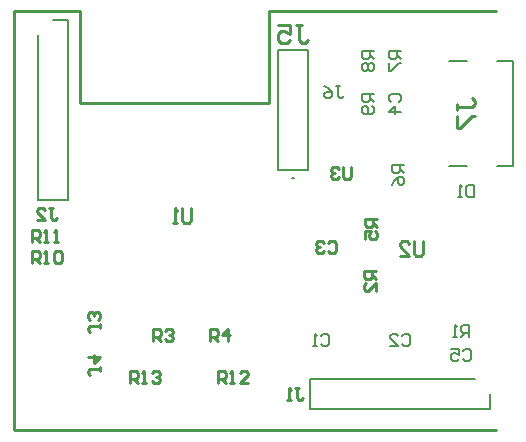
<source format=gbo>
G04*
G04 #@! TF.GenerationSoftware,Altium Limited,Altium Designer,24.1.2 (44)*
G04*
G04 Layer_Color=32896*
%FSLAX25Y25*%
%MOIN*%
G70*
G04*
G04 #@! TF.SameCoordinates,C2AC8D72-DAC2-4925-AC6E-3273F7DC1B7E*
G04*
G04*
G04 #@! TF.FilePolarity,Positive*
G04*
G01*
G75*
%ADD10C,0.00787*%
%ADD13C,0.01000*%
%ADD14C,0.00500*%
%ADD70C,0.00800*%
D10*
X218394Y204941D02*
X217606D01*
X218394D01*
X213000Y207500D02*
X223000D01*
X213000Y247500D02*
X223000D01*
Y207500D02*
Y247500D01*
X213000Y207500D02*
Y247500D01*
X138000Y257500D02*
X142902D01*
Y197500D02*
Y257500D01*
X133098Y197500D02*
X142902D01*
X133098D02*
Y252500D01*
X223500Y128098D02*
Y137902D01*
Y128098D02*
X283500D01*
X223500Y137902D02*
X278500D01*
X283500Y128098D02*
Y133000D01*
D13*
X125000Y121000D02*
X285500D01*
X210000Y260500D02*
X285500D01*
X210000Y230000D02*
Y260500D01*
X147000Y230000D02*
X210000D01*
X147000D02*
Y260500D01*
X125000D02*
X147000D01*
X125000Y121000D02*
Y260500D01*
X184149Y194861D02*
Y190926D01*
X183361Y190139D01*
X181787D01*
X181000Y190926D01*
Y194861D01*
X179426Y190139D02*
X177851D01*
X178639D01*
Y194861D01*
X179426Y194074D01*
X131148Y183501D02*
Y187499D01*
X133148D01*
X133814Y186833D01*
Y185500D01*
X133148Y184834D01*
X131148D01*
X132481D02*
X133814Y183501D01*
X135147D02*
X136480D01*
X135814D01*
Y187499D01*
X135147Y186833D01*
X138479Y183501D02*
X139812D01*
X139146D01*
Y187499D01*
X138479Y186833D01*
X131002Y176501D02*
Y180499D01*
X133001D01*
X133667Y179833D01*
Y178500D01*
X133001Y177833D01*
X131002D01*
X132334D02*
X133667Y176501D01*
X135000D02*
X136333D01*
X135667D01*
Y180499D01*
X135000Y179833D01*
X138333D02*
X138999Y180499D01*
X140332D01*
X140998Y179833D01*
Y177167D01*
X140332Y176501D01*
X138999D01*
X138333Y177167D01*
Y179833D01*
X171168Y150501D02*
Y154499D01*
X173167D01*
X173834Y153833D01*
Y152500D01*
X173167Y151833D01*
X171168D01*
X172501D02*
X173834Y150501D01*
X175166Y153833D02*
X175833Y154499D01*
X177166D01*
X177832Y153833D01*
Y153166D01*
X177166Y152500D01*
X176499D01*
X177166D01*
X177832Y151833D01*
Y151167D01*
X177166Y150501D01*
X175833D01*
X175166Y151167D01*
X190168Y150501D02*
Y154499D01*
X192167D01*
X192833Y153833D01*
Y152500D01*
X192167Y151833D01*
X190168D01*
X191501D02*
X192833Y150501D01*
X196166D02*
Y154499D01*
X194167Y152500D01*
X196832D01*
X193001Y136501D02*
Y140499D01*
X195001D01*
X195667Y139833D01*
Y138500D01*
X195001Y137834D01*
X193001D01*
X194334D02*
X195667Y136501D01*
X197000D02*
X198333D01*
X197667D01*
Y140499D01*
X197000Y139833D01*
X202998Y136501D02*
X200332D01*
X202998Y139166D01*
Y139833D01*
X202332Y140499D01*
X200999D01*
X200332Y139833D01*
X163659Y136658D02*
Y140657D01*
X165658D01*
X166325Y139990D01*
Y138657D01*
X165658Y137991D01*
X163659D01*
X164992D02*
X166325Y136658D01*
X167658D02*
X168991D01*
X168324D01*
Y140657D01*
X167658Y139990D01*
X170990D02*
X171656Y140657D01*
X172989D01*
X173656Y139990D01*
Y139324D01*
X172989Y138657D01*
X172323D01*
X172989D01*
X173656Y137991D01*
Y137325D01*
X172989Y136658D01*
X171656D01*
X170990Y137325D01*
X153499Y156333D02*
Y155001D01*
Y155667D01*
X150167D01*
X149501Y155001D01*
Y154334D01*
X150167Y153668D01*
X152833Y157667D02*
X153499Y158333D01*
Y159666D01*
X152833Y160332D01*
X152166D01*
X151500Y159666D01*
Y158999D01*
Y159666D01*
X150833Y160332D01*
X150167D01*
X149501Y159666D01*
Y158333D01*
X150167Y157667D01*
X153499Y141833D02*
Y140501D01*
Y141167D01*
X150167D01*
X149501Y140501D01*
Y139834D01*
X150167Y139168D01*
X149501Y145166D02*
X153499D01*
X151500Y143166D01*
Y145832D01*
X261436Y183861D02*
Y179926D01*
X260649Y179139D01*
X259074D01*
X258287Y179926D01*
Y183861D01*
X253564Y179139D02*
X256713D01*
X253564Y182287D01*
Y183074D01*
X254351Y183861D01*
X255926D01*
X256713Y183074D01*
X219000Y255999D02*
X220999D01*
X219999D01*
Y251001D01*
X220999Y250001D01*
X221999D01*
X222998Y251001D01*
X213002Y255999D02*
X217000D01*
Y253000D01*
X215001Y254000D01*
X214001D01*
X213002Y253000D01*
Y251001D01*
X214001Y250001D01*
X216001D01*
X217000Y251001D01*
X237332Y208499D02*
Y205167D01*
X236666Y204501D01*
X235333D01*
X234666Y205167D01*
Y208499D01*
X233333Y207833D02*
X232667Y208499D01*
X231334D01*
X230668Y207833D01*
Y207166D01*
X231334Y206500D01*
X232001D01*
X231334D01*
X230668Y205834D01*
Y205167D01*
X231334Y204501D01*
X232667D01*
X233333Y205167D01*
X229666Y180667D02*
X230333Y180001D01*
X231666D01*
X232332Y180667D01*
Y183333D01*
X231666Y183999D01*
X230333D01*
X229666Y183333D01*
X228333Y180667D02*
X227667Y180001D01*
X226334D01*
X225668Y180667D01*
Y181333D01*
X226334Y182000D01*
X227001D01*
X226334D01*
X225668Y182667D01*
Y183333D01*
X226334Y183999D01*
X227667D01*
X228333Y183333D01*
X245999Y191332D02*
X242001D01*
Y189333D01*
X242667Y188666D01*
X244000D01*
X244666Y189333D01*
Y191332D01*
Y189999D02*
X245999Y188666D01*
X242001Y184668D02*
Y187334D01*
X244000D01*
X243334Y186001D01*
Y185334D01*
X244000Y184668D01*
X245333D01*
X245999Y185334D01*
Y186667D01*
X245333Y187334D01*
X245499Y173832D02*
X241501D01*
Y171833D01*
X242167Y171167D01*
X243500D01*
X244166Y171833D01*
Y173832D01*
Y172499D02*
X245499Y171167D01*
Y167168D02*
Y169834D01*
X242834Y167168D01*
X242167D01*
X241501Y167834D01*
Y169167D01*
X242167Y169834D01*
X136667Y194999D02*
X137999D01*
X137333D01*
Y191667D01*
X137999Y191001D01*
X138666D01*
X139332Y191667D01*
X132668Y191001D02*
X135334D01*
X132668Y193667D01*
Y194333D01*
X133334Y194999D01*
X134667D01*
X135334Y194333D01*
X218500Y134999D02*
X219833D01*
X219166D01*
Y131667D01*
X219833Y131001D01*
X220499D01*
X221166Y131667D01*
X217167Y131001D02*
X215834D01*
X216501D01*
Y134999D01*
X217167Y134333D01*
X272501Y227500D02*
Y229499D01*
Y228499D01*
X277499D01*
X278499Y229499D01*
Y230499D01*
X277499Y231498D01*
X272501Y225500D02*
Y221502D01*
X273501D01*
X277499Y225500D01*
X278499D01*
D14*
X291236Y208902D02*
Y244098D01*
X285902D02*
X291236D01*
X270035D02*
X276098D01*
X285902Y208902D02*
X291236D01*
X270035D02*
X276098D01*
D70*
X276666Y152001D02*
Y155999D01*
X274666D01*
X274000Y155333D01*
Y154000D01*
X274666Y153333D01*
X276666D01*
X275333D02*
X274000Y152001D01*
X272667D02*
X271334D01*
X272001D01*
Y155999D01*
X272667Y155333D01*
X254166Y152333D02*
X254833Y152999D01*
X256166D01*
X256832Y152333D01*
Y149667D01*
X256166Y149001D01*
X254833D01*
X254166Y149667D01*
X250168Y149001D02*
X252834D01*
X250168Y151666D01*
Y152333D01*
X250834Y152999D01*
X252167D01*
X252834Y152333D01*
X227220D02*
X227887Y152999D01*
X229220D01*
X229886Y152333D01*
Y149667D01*
X229220Y149001D01*
X227887D01*
X227220Y149667D01*
X225887Y149001D02*
X224555D01*
X225221D01*
Y152999D01*
X225887Y152333D01*
X274666Y147333D02*
X275333Y147999D01*
X276666D01*
X277332Y147333D01*
Y144667D01*
X276666Y144001D01*
X275333D01*
X274666Y144667D01*
X270668Y147999D02*
X273334D01*
Y146000D01*
X272001Y146667D01*
X271334D01*
X270668Y146000D01*
Y144667D01*
X271334Y144001D01*
X272667D01*
X273334Y144667D01*
X278166Y202499D02*
Y198501D01*
X276166D01*
X275500Y199167D01*
Y201833D01*
X276166Y202499D01*
X278166D01*
X274167Y198501D02*
X272834D01*
X273501D01*
Y202499D01*
X274167Y201833D01*
X254999Y209332D02*
X251001D01*
Y207333D01*
X251667Y206666D01*
X253000D01*
X253666Y207333D01*
Y209332D01*
Y207999D02*
X254999Y206666D01*
X251001Y202668D02*
X251667Y204001D01*
X253000Y205333D01*
X254333D01*
X254999Y204667D01*
Y203334D01*
X254333Y202668D01*
X253666D01*
X253000Y203334D01*
Y205333D01*
X250667Y230166D02*
X250001Y230833D01*
Y232166D01*
X250667Y232832D01*
X253333D01*
X253999Y232166D01*
Y230833D01*
X253333Y230166D01*
X253999Y226834D02*
X250001D01*
X252000Y228834D01*
Y226168D01*
X244999Y232832D02*
X241001D01*
Y230833D01*
X241667Y230166D01*
X243000D01*
X243666Y230833D01*
Y232832D01*
Y231499D02*
X244999Y230166D01*
X244333Y228834D02*
X244999Y228167D01*
Y226834D01*
X244333Y226168D01*
X241667D01*
X241001Y226834D01*
Y228167D01*
X241667Y228834D01*
X242334D01*
X243000Y228167D01*
Y226168D01*
X232166Y235499D02*
X233499D01*
X232833D01*
Y232167D01*
X233499Y231501D01*
X234166D01*
X234832Y232167D01*
X228168Y235499D02*
X229501Y234833D01*
X230834Y233500D01*
Y232167D01*
X230167Y231501D01*
X228834D01*
X228168Y232167D01*
Y232834D01*
X228834Y233500D01*
X230834D01*
X253999Y247332D02*
X250001D01*
Y245333D01*
X250667Y244666D01*
X252000D01*
X252666Y245333D01*
Y247332D01*
Y245999D02*
X253999Y244666D01*
X250001Y243334D02*
Y240668D01*
X250667D01*
X253333Y243334D01*
X253999D01*
X244999Y247332D02*
X241001D01*
Y245333D01*
X241667Y244666D01*
X243000D01*
X243666Y245333D01*
Y247332D01*
Y245999D02*
X244999Y244666D01*
X241667Y243334D02*
X241001Y242667D01*
Y241334D01*
X241667Y240668D01*
X242334D01*
X243000Y241334D01*
X243666Y240668D01*
X244333D01*
X244999Y241334D01*
Y242667D01*
X244333Y243334D01*
X243666D01*
X243000Y242667D01*
X242334Y243334D01*
X241667D01*
X243000Y242667D02*
Y241334D01*
M02*

</source>
